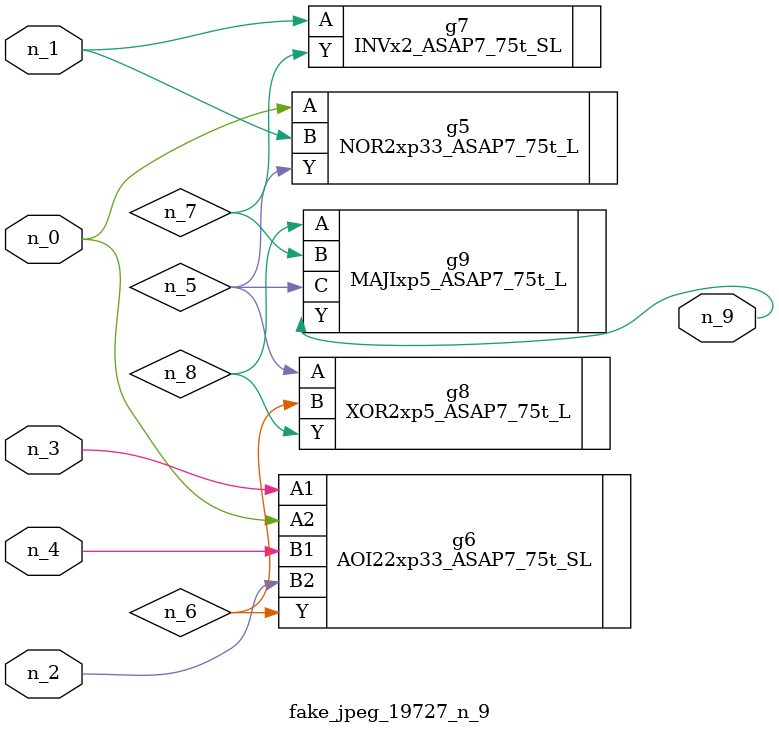
<source format=v>
module fake_jpeg_19727_n_9 (n_3, n_2, n_1, n_0, n_4, n_9);

input n_3;
input n_2;
input n_1;
input n_0;
input n_4;

output n_9;

wire n_8;
wire n_6;
wire n_5;
wire n_7;

NOR2xp33_ASAP7_75t_L g5 ( 
.A(n_0),
.B(n_1),
.Y(n_5)
);

AOI22xp33_ASAP7_75t_SL g6 ( 
.A1(n_3),
.A2(n_0),
.B1(n_4),
.B2(n_2),
.Y(n_6)
);

INVx2_ASAP7_75t_SL g7 ( 
.A(n_1),
.Y(n_7)
);

XOR2xp5_ASAP7_75t_L g8 ( 
.A(n_5),
.B(n_6),
.Y(n_8)
);

MAJIxp5_ASAP7_75t_L g9 ( 
.A(n_8),
.B(n_7),
.C(n_5),
.Y(n_9)
);


endmodule
</source>
